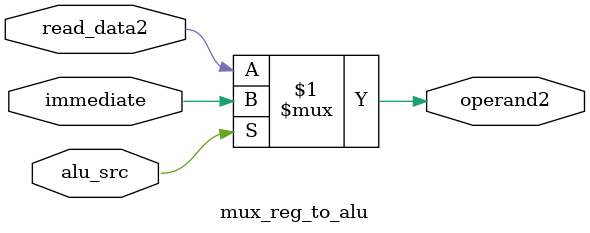
<source format=v>
`timescale 1ns / 1ps


module mux_reg_to_alu(
input       read_data2,
input       immediate,
input       alu_src,
output      operand2
);

assign operand2 = alu_src ?   immediate: read_data2;
endmodule

</source>
